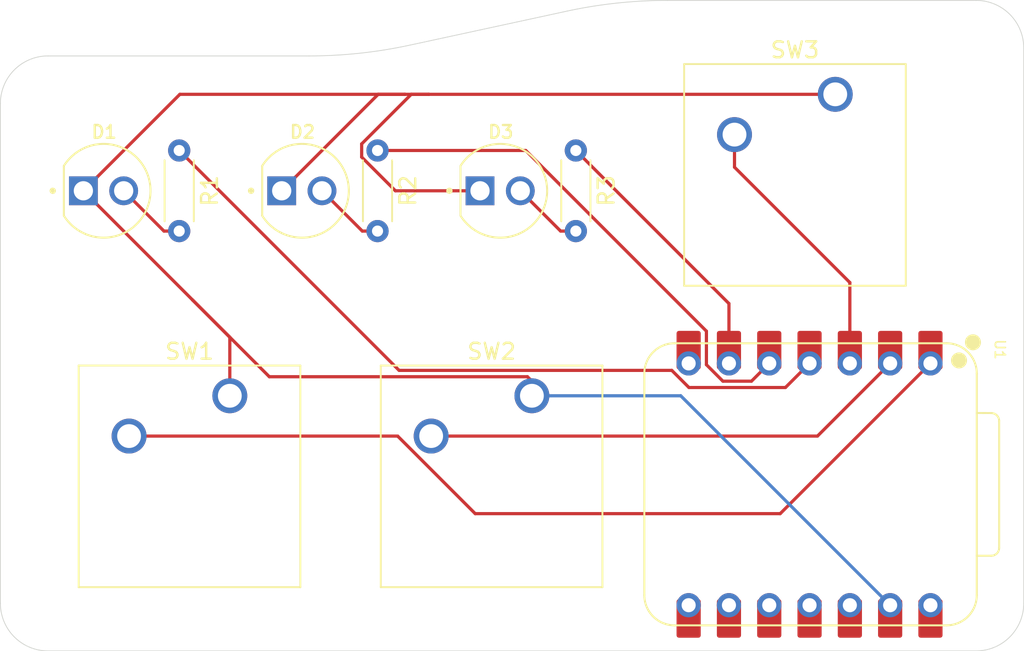
<source format=kicad_pcb>
(kicad_pcb (version 20240108) (generator "pcbnew") (generator_version "8.0")
  (layers (0 "F.Cu" signal) (31 "B.Cu" signal) (34 "B.Paste" user) (35 "F.Paste" user) (36 "B.SilkS" user "B.Silkscreen") (37 "F.SilkS" user "F.Silkscreen") (38 "B.Mask" user) (39 "F.Mask" user) (44 "Edge.Cuts" user))
  (net 0 "")
  (net 1 "GND")
  (net 2 "Net-(D1-PadA)")
  (net 3 "Net-(D2-PadA)")
  (net 4 "Net-(D3-PadA)")
  (net 5 "Net-(U1-GPIO29{slash}ADC3{slash}A3)")
  (net 6 "Net-(U1-GPIO6{slash}SDA)")
  (net 7 "Net-(U1-GPIO7{slash}SCL)")
  (net 8 "Net-(U1-GPIO26{slash}ADC0{slash}A0)")
  (net 9 "Net-(U1-GPIO27{slash}ADC1{slash}A1)")
  (net 10 "Net-(U1-GPIO28{slash}ADC2{slash}A2)")
  (footprint "Resistor_THT:R_Axial_DIN0204_L3.6mm_D1.6mm_P5.08mm_Horizontal" (layer "F.Cu") (at 102.77 -147.04 -90)
    (property "Reference" "R2" (at 2.54 -1.92 90) (layer "F.SilkS"))
    (property "Value" "R")
    (fp_line (start 0.62 0.92) (end 4.46 0.92) (stroke (width 0.12)) (layer "F.SilkS"))
    (fp_line (start 0.62 -0.92) (end 4.46 -0.92) (stroke (width 0.12)) (layer "F.SilkS"))
    (pad "1" thru_hole circle (at 0 0 270) (size 1.4 1.4) (drill 0.7) (layers "*.Cu" "*.Mask") (net 6 "Net-(U1-GPIO6{slash}SDA)"))
    (pad "2" thru_hole oval (at 5.08 0 270) (size 1.4 1.4) (drill 0.7) (layers "*.Cu" "*.Mask") (net 3 "Net-(D2-PadA)"))
  )
  (footprint "Resistor_THT:R_Axial_DIN0204_L3.6mm_D1.6mm_P5.08mm_Horizontal" (layer "F.Cu") (at 115.27 -147.04 -90)
    (property "Reference" "R3" (at 2.54 -1.92 90) (layer "F.SilkS"))
    (property "Value" "R")
    (fp_line (start 0.62 0.92) (end 4.46 0.92) (stroke (width 0.12)) (layer "F.SilkS"))
    (fp_line (start 0.62 -0.92) (end 4.46 -0.92) (stroke (width 0.12)) (layer "F.SilkS"))
    (pad "1" thru_hole circle (at 0 0 270) (size 1.4 1.4) (drill 0.7) (layers "*.Cu" "*.Mask") (net 7 "Net-(U1-GPIO7{slash}SCL)"))
    (pad "2" thru_hole oval (at 5.08 0 270) (size 1.4 1.4) (drill 0.7) (layers "*.Cu" "*.Mask") (net 4 "Net-(D3-PadA)"))
  )
  (footprint "Pathfinder:SW_Cherry_MX_1.00u_PCB" (layer "F.Cu") (at 93.46 -131.58)
    (property "Reference" "SW1" (at -2.54 -2.794 0) (layer "F.SilkS"))
    (property "Value" "SW_Push")
    (fp_line (start -9.525 -1.905) (end 4.445 -1.905) (stroke (width 0.12)) (layer "F.SilkS"))
    (fp_line (start -9.525 12.065) (end -9.525 -1.905) (stroke (width 0.12)) (layer "F.SilkS"))
    (fp_line (start 4.445 -1.905) (end 4.445 12.065) (stroke (width 0.12)) (layer "F.SilkS"))
    (fp_line (start 4.445 12.065) (end -9.525 12.065) (stroke (width 0.12)) (layer "F.SilkS"))
    (pad "" np_thru_hole circle (at -7.62 5.08) (size 1.7 1.7) (drill 1.7) (layers "*.Cu" "*.Mask"))
    (pad "" np_thru_hole circle (at -2.54 5.08) (size 4 4) (drill 4) (layers "*.Cu" "*.Mask"))
    (pad "" np_thru_hole circle (at 2.54 5.08) (size 1.7 1.7) (drill 1.7) (layers "*.Cu" "*.Mask"))
    (pad "1" thru_hole circle (at 0 0) (size 2.2 2.2) (drill 1.5) (layers "*.Cu" "*.Mask") (net 1 "GND"))
    (pad "2" thru_hole circle (at -6.35 2.54) (size 2.2 2.2) (drill 1.5) (layers "*.Cu" "*.Mask") (net 8 "Net-(U1-GPIO26{slash}ADC0{slash}A0)"))
  )
  (footprint "Pathfinder:XIAO-RP2040-DIP" (layer "F.Cu") (at 130 -126 -90)
    (property "Reference" "U1" (at -8.5 -12 -90) (layer "F.SilkS") (effects (font (size 0.635 0.635) (thickness 0.1016))))
    (property "Value" "XIAO-RP2040-DIP")
    (fp_line (start -6.985 10.414) (end 6.985 10.414) (stroke (width 0.127)) (layer "F.SilkS"))
    (fp_line (start -8.89 8.509) (end -8.89 -8.636) (stroke (width 0.127)) (layer "F.SilkS"))
    (fp_line (start 8.89 8.509) (end 8.89 -8.636) (stroke (width 0.127)) (layer "F.SilkS"))
    (fp_line (start -4.495 -10.541) (end -4.491272 -11.451272) (stroke (width 0.127)) (layer "F.SilkS"))
    (fp_line (start 6.985 -10.541) (end -6.985 -10.541) (stroke (width 0.1)) (layer "F.SilkS"))
    (fp_line (start 6.985 -10.541) (end -6.985 -10.541) (stroke (width 0.127)) (layer "F.SilkS"))
    (fp_line (start 4.504 -11.451) (end 4.504 -10.541) (stroke (width 0.127)) (layer "F.SilkS"))
    (fp_line (start -3.991272 -11.951) (end 4.004 -11.951) (stroke (width 0.127)) (layer "F.SilkS"))
    (fp_arc (start -6.985 10.414) (mid -8.332038 9.856038) (end -8.89 8.509) (stroke (width 0.127)) (layer "F.SilkS"))
    (fp_arc (start 8.89 8.509) (mid 8.332038 9.856038) (end 6.985 10.414) (stroke (width 0.127)) (layer "F.SilkS"))
    (fp_arc (start -8.89 -8.636) (mid -8.332038 -9.983038) (end -6.985 -10.541) (stroke (width 0.127)) (layer "F.SilkS"))
    (fp_arc (start 6.985 -10.541) (mid 8.332038 -9.983038) (end 8.89 -8.636) (stroke (width 0.127)) (layer "F.SilkS"))
    (fp_arc (start -4.491272 -11.451272) (mid -4.344724 -11.804644) (end -3.991272 -11.951) (stroke (width 0.127)) (layer "F.SilkS"))
    (fp_arc (start 4.004 -11.951) (mid 4.357553 -11.804553) (end 4.504 -11.451) (stroke (width 0.127)) (layer "F.SilkS"))
    (fp_circle (center -7.807 -9.42) (end -7.807 -9.674) (stroke (width 0.5)) (fill solid) (layer "F.SilkS"))
    (fp_circle (center -8.95 -10.3) (end -8.95 -10.554) (stroke (width 0.5)) (fill solid) (layer "F.SilkS"))
    (pad "1" smd roundrect (at -8.455 -7.62 90) (size 2.432 1.524) (layers "F.Cu" "F.Mask") (roundrect_rratio 0.1) (net 8 "Net-(U1-GPIO26{slash}ADC0{slash}A0)"))
    (pad "1" thru_hole circle (at -7.62 -7.62 90) (size 1.524 1.524) (drill 0.889) (layers "*.Cu" "*.Mask") (net 8 "Net-(U1-GPIO26{slash}ADC0{slash}A0)"))
    (pad "2" smd roundrect (at -8.455 -5.08 90) (size 2.432 1.524) (layers "F.Cu" "F.Mask") (roundrect_rratio 0.1) (net 9 "Net-(U1-GPIO27{slash}ADC1{slash}A1)"))
    (pad "2" thru_hole circle (at -7.62 -5.08 90) (size 1.524 1.524) (drill 0.889) (layers "*.Cu" "*.Mask") (net 9 "Net-(U1-GPIO27{slash}ADC1{slash}A1)"))
    (pad "3" smd roundrect (at -8.455 -2.54 90) (size 2.432 1.524) (layers "F.Cu" "F.Mask") (roundrect_rratio 0.1) (net 10 "Net-(U1-GPIO28{slash}ADC2{slash}A2)"))
    (pad "3" thru_hole circle (at -7.62 -2.54 90) (size 1.524 1.524) (drill 0.889) (layers "*.Cu" "*.Mask") (net 10 "Net-(U1-GPIO28{slash}ADC2{slash}A2)"))
    (pad "4" smd roundrect (at -8.455 0 90) (size 2.432 1.524) (layers "F.Cu" "F.Mask") (roundrect_rratio 0.1) (net 5 "Net-(U1-GPIO29{slash}ADC3{slash}A3)"))
    (pad "4" thru_hole circle (at -7.62 0 90) (size 1.524 1.524) (drill 0.889) (layers "*.Cu" "*.Mask") (net 5 "Net-(U1-GPIO29{slash}ADC3{slash}A3)"))
    (pad "5" smd roundrect (at -8.455 2.54 90) (size 2.432 1.524) (layers "F.Cu" "F.Mask") (roundrect_rratio 0.1) (net 6 "Net-(U1-GPIO6{slash}SDA)"))
    (pad "5" thru_hole circle (at -7.62 2.54 90) (size 1.524 1.524) (drill 0.889) (layers "*.Cu" "*.Mask") (net 6 "Net-(U1-GPIO6{slash}SDA)"))
    (pad "6" smd roundrect (at -8.455 5.08 90) (size 2.432 1.524) (layers "F.Cu" "F.Mask") (roundrect_rratio 0.1) (net 7 "Net-(U1-GPIO7{slash}SCL)"))
    (pad "6" thru_hole circle (at -7.62 5.08 90) (size 1.524 1.524) (drill 0.889) (layers "*.Cu" "*.Mask") (net 7 "Net-(U1-GPIO7{slash}SCL)"))
    (pad "7" smd roundrect (at -8.455 7.62 90) (size 2.432 1.524) (layers "F.Cu" "F.Mask") (roundrect_rratio 0.1))
    (pad "7" thru_hole circle (at -7.62 7.62 90) (size 1.524 1.524) (drill 0.889) (layers "*.Cu" "*.Mask"))
    (pad "8" thru_hole circle (at 7.62 7.62 270) (size 1.524 1.524) (drill 0.889) (layers "*.Cu" "*.Mask"))
    (pad "8" smd roundrect (at 8.455 7.62 270) (size 2.432 1.524) (layers "F.Cu" "F.Mask") (roundrect_rratio 0.1))
    (pad "9" thru_hole circle (at 7.62 5.08 270) (size 1.524 1.524) (drill 0.889) (layers "*.Cu" "*.Mask"))
    (pad "9" smd roundrect (at 8.455 5.08 270) (size 2.432 1.524) (layers "F.Cu" "F.Mask") (roundrect_rratio 0.1))
    (pad "10" thru_hole circle (at 7.62 2.54 270) (size 1.524 1.524) (drill 0.889) (layers "*.Cu" "*.Mask"))
    (pad "10" smd roundrect (at 8.455 2.54 270) (size 2.432 1.524) (layers "F.Cu" "F.Mask") (roundrect_rratio 0.1))
    (pad "11" thru_hole circle (at 7.62 0 270) (size 1.524 1.524) (drill 0.889) (layers "*.Cu" "*.Mask"))
    (pad "11" smd roundrect (at 8.455 0 270) (size 2.432 1.524) (layers "F.Cu" "F.Mask") (roundrect_rratio 0.1))
    (pad "12" thru_hole circle (at 7.62 -2.54 270) (size 1.524 1.524) (drill 0.889) (layers "*.Cu" "*.Mask"))
    (pad "12" smd roundrect (at 8.455 -2.54 270) (size 2.432 1.524) (layers "F.Cu" "F.Mask") (roundrect_rratio 0.1))
    (pad "13" thru_hole circle (at 7.62 -5.08 270) (size 1.524 1.524) (drill 0.889) (layers "*.Cu" "*.Mask") (net 1 "GND"))
    (pad "13" smd roundrect (at 8.455 -5.08 270) (size 2.432 1.524) (layers "F.Cu" "F.Mask") (roundrect_rratio 0.1) (net 1 "GND"))
    (pad "14" thru_hole circle (at 7.62 -7.62 270) (size 1.524 1.524) (drill 0.889) (layers "*.Cu" "*.Mask"))
    (pad "14" smd roundrect (at 8.455 -7.62 270) (size 2.432 1.524) (layers "F.Cu" "F.Mask") (roundrect_rratio 0.1))
  )
  (footprint "Pathfinder:LEDRD254W57D500H1070" (layer "F.Cu") (at 98 -144.5)
    (property "Reference" "D2" (at 0.04 -3.708 0) (layer "F.SilkS") (effects (font (size 0.8 0.8))))
    (property "Value" "L08R5000Q1")
    (fp_line (start -2.5 -1.566) (end -2.5 1.566) (stroke (width 0.127)) (layer "F.SilkS"))
    (fp_arc (start -2.5 -1.566) (mid 2.961291 0) (end -2.5 1.566) (stroke (width 0.127)) (layer "F.SilkS"))
    (fp_circle (center -3.2 0) (end -3.1 0) (stroke (width 0.2)) (fill none) (layer "F.SilkS"))
    (pad "A" thru_hole circle (at 1.27 0) (size 1.815 1.815) (drill 1.21) (layers "*.Cu" "*.Mask") (net 3 "Net-(D2-PadA)"))
    (pad "C" thru_hole rect (at -1.27 0) (size 1.815 1.815) (drill 1.21) (layers "*.Cu" "*.Mask") (net 1 "GND"))
  )
  (footprint "Resistor_THT:R_Axial_DIN0204_L3.6mm_D1.6mm_P5.08mm_Horizontal" (layer "F.Cu") (at 90.27 -147.04 -90)
    (property "Reference" "R1" (at 2.54 -1.92 90) (layer "F.SilkS"))
    (property "Value" "R")
    (fp_line (start 0.62 0.92) (end 4.46 0.92) (stroke (width 0.12)) (layer "F.SilkS"))
    (fp_line (start 0.62 -0.92) (end 4.46 -0.92) (stroke (width 0.12)) (layer "F.SilkS"))
    (pad "1" thru_hole circle (at 0 0 270) (size 1.4 1.4) (drill 0.7) (layers "*.Cu" "*.Mask") (net 5 "Net-(U1-GPIO29{slash}ADC3{slash}A3)"))
    (pad "2" thru_hole oval (at 5.08 0 270) (size 1.4 1.4) (drill 0.7) (layers "*.Cu" "*.Mask") (net 2 "Net-(D1-PadA)"))
  )
  (footprint "Pathfinder:LEDRD254W57D500H1070" (layer "F.Cu") (at 110.5 -144.5)
    (property "Reference" "D3" (at 0.04 -3.708 0) (layer "F.SilkS") (effects (font (size 0.8 0.8))))
    (property "Value" "L08R5000Q1")
    (fp_line (start -2.5 -1.566) (end -2.5 1.566) (stroke (width 0.127)) (layer "F.SilkS"))
    (fp_arc (start -2.5 -1.566) (mid 2.961291 0) (end -2.5 1.566) (stroke (width 0.127)) (layer "F.SilkS"))
    (fp_circle (center -3.2 0) (end -3.1 0) (stroke (width 0.2)) (fill none) (layer "F.SilkS"))
    (pad "A" thru_hole circle (at 1.27 0) (size 1.815 1.815) (drill 1.21) (layers "*.Cu" "*.Mask") (net 4 "Net-(D3-PadA)"))
    (pad "C" thru_hole rect (at -1.27 0) (size 1.815 1.815) (drill 1.21) (layers "*.Cu" "*.Mask") (net 1 "GND"))
  )
  (footprint "Pathfinder:SW_Cherry_MX_1.00u_PCB" (layer "F.Cu") (at 112.5 -131.58)
    (property "Reference" "SW2" (at -2.54 -2.794 0) (layer "F.SilkS"))
    (property "Value" "SW_Push")
    (fp_line (start -9.525 -1.905) (end 4.445 -1.905) (stroke (width 0.12)) (layer "F.SilkS"))
    (fp_line (start -9.525 12.065) (end -9.525 -1.905) (stroke (width 0.12)) (layer "F.SilkS"))
    (fp_line (start 4.445 -1.905) (end 4.445 12.065) (stroke (width 0.12)) (layer "F.SilkS"))
    (fp_line (start 4.445 12.065) (end -9.525 12.065) (stroke (width 0.12)) (layer "F.SilkS"))
    (pad "" np_thru_hole circle (at -7.62 5.08) (size 1.7 1.7) (drill 1.7) (layers "*.Cu" "*.Mask"))
    (pad "" np_thru_hole circle (at -2.54 5.08) (size 4 4) (drill 4) (layers "*.Cu" "*.Mask"))
    (pad "" np_thru_hole circle (at 2.54 5.08) (size 1.7 1.7) (drill 1.7) (layers "*.Cu" "*.Mask"))
    (pad "1" thru_hole circle (at 0 0) (size 2.2 2.2) (drill 1.5) (layers "*.Cu" "*.Mask") (net 1 "GND"))
    (pad "2" thru_hole circle (at -6.35 2.54) (size 2.2 2.2) (drill 1.5) (layers "*.Cu" "*.Mask") (net 9 "Net-(U1-GPIO27{slash}ADC1{slash}A1)"))
  )
  (footprint "Pathfinder:LEDRD254W57D500H1070" (layer "F.Cu") (at 85.5 -144.5)
    (property "Reference" "D1" (at 0.04 -3.708 0) (layer "F.SilkS") (effects (font (size 0.8 0.8))))
    (property "Value" "L08R5000Q1")
    (fp_line (start -2.5 -1.566) (end -2.5 1.566) (stroke (width 0.127)) (layer "F.SilkS"))
    (fp_arc (start -2.5 -1.566) (mid 2.961291 0) (end -2.5 1.566) (stroke (width 0.127)) (layer "F.SilkS"))
    (fp_circle (center -3.2 0) (end -3.1 0) (stroke (width 0.2)) (fill none) (layer "F.SilkS"))
    (pad "A" thru_hole circle (at 1.27 0) (size 1.815 1.815) (drill 1.21) (layers "*.Cu" "*.Mask") (net 2 "Net-(D1-PadA)"))
    (pad "C" thru_hole rect (at -1.27 0) (size 1.815 1.815) (drill 1.21) (layers "*.Cu" "*.Mask") (net 1 "GND"))
  )
  (footprint "Pathfinder:SW_Cherry_MX_1.00u_PCB" (layer "F.Cu") (at 131.62 -150.58)
    (property "Reference" "SW3" (at -2.54 -2.794 0) (layer "F.SilkS"))
    (property "Value" "SW_Push")
    (fp_line (start -9.525 -1.905) (end 4.445 -1.905) (stroke (width 0.12)) (layer "F.SilkS"))
    (fp_line (start -9.525 12.065) (end -9.525 -1.905) (stroke (width 0.12)) (layer "F.SilkS"))
    (fp_line (start 4.445 -1.905) (end 4.445 12.065) (stroke (width 0.12)) (layer "F.SilkS"))
    (fp_line (start 4.445 12.065) (end -9.525 12.065) (stroke (width 0.12)) (layer "F.SilkS"))
    (pad "" np_thru_hole circle (at -7.62 5.08) (size 1.7 1.7) (drill 1.7) (layers "*.Cu" "*.Mask"))
    (pad "" np_thru_hole circle (at -2.54 5.08) (size 4 4) (drill 4) (layers "*.Cu" "*.Mask"))
    (pad "" np_thru_hole circle (at 2.54 5.08) (size 1.7 1.7) (drill 1.7) (layers "*.Cu" "*.Mask"))
    (pad "1" thru_hole circle (at 0 0) (size 2.2 2.2) (drill 1.5) (layers "*.Cu" "*.Mask") (net 1 "GND"))
    (pad "2" thru_hole circle (at -6.35 2.54) (size 2.2 2.2) (drill 1.5) (layers "*.Cu" "*.Mask") (net 10 "Net-(U1-GPIO28{slash}ADC2{slash}A2)"))
  )
  (gr_line (start 82 -115.5) (end 140.5 -115.5) (stroke (width 0.05)) (layer "Edge.Cuts"))
  (gr_line (start 98.455716 -153) (end 82 -153) (stroke (width 0.05)) (layer "Edge.Cuts"))
  (gr_arc (start 114.697369 -155.820925) (mid 117.852714 -156.329748) (end 121.044284 -156.5) (stroke (width 0.05)) (layer "Edge.Cuts"))
  (gr_arc (start 104.80263 -153.679074) (mid 101.647285 -153.170251) (end 98.455716 -153) (stroke (width 0.05)) (layer "Edge.Cuts"))
  (gr_arc (start 79 -150) (mid 79.87868 -152.12132) (end 82 -153) (stroke (width 0.05)) (layer "Edge.Cuts"))
  (gr_line (start 143.5 -118.5) (end 143.5 -153.5) (stroke (width 0.05)) (layer "Edge.Cuts"))
  (gr_arc (start 140.5 -156.5) (mid 142.62132 -155.62132) (end 143.5 -153.5) (stroke (width 0.05)) (layer "Edge.Cuts"))
  (gr_arc (start 143.5 -118.5) (mid 142.62132 -116.37868) (end 140.5 -115.5) (stroke (width 0.05)) (layer "Edge.Cuts"))
  (gr_line (start 140.5 -156.5) (end 121.044284 -156.5) (stroke (width 0.05)) (layer "Edge.Cuts"))
  (gr_arc (start 82 -115.5) (mid 79.87868 -116.37868) (end 79 -118.5) (stroke (width 0.05)) (layer "Edge.Cuts"))
  (gr_line (start 79 -150) (end 79 -118.5) (stroke (width 0.05)) (layer "Edge.Cuts"))
  (gr_line (start 104.80263 -153.679074) (end 114.697369 -155.820925) (stroke (width 0.05)) (layer "Edge.Cuts"))
  (segment (start 106 -150.58) (end 104.895786 -150.58) (width 0.2) (layer "F.Cu") (net 1))
  (segment (start 84.23 -144.5) (end 90.31 -150.58) (width 0.2) (layer "F.Cu") (net 1))
  (segment (start 101.77 -146.625786) (end 103.895786 -144.5) (width 0.2) (layer "F.Cu") (net 1))
  (segment (start 112.5 -131.58) (end 112.5 -132.5) (width 0.2) (layer "F.Cu") (net 1))
  (segment (start 93.46 -135.27) (end 91.115 -137.615) (width 0.2) (layer "F.Cu") (net 1))
  (segment (start 103.895786 -144.5) (end 109.23 -144.5) (width 0.2) (layer "F.Cu") (net 1))
  (segment (start 131.62 -150.58) (end 106 -150.58) (width 0.2) (layer "F.Cu") (net 1))
  (segment (start 93.46 -131.58) (end 93.46 -135.27) (width 0.2) (layer "F.Cu") (net 1))
  (segment (start 96.73 -144.5) (end 102.81 -150.58) (width 0.2) (layer "F.Cu") (net 1))
  (segment (start 101.77 -147.454214) (end 101.77 -146.625786) (width 0.2) (layer "F.Cu") (net 1))
  (segment (start 95.949895 -132.780105) (end 91.115 -137.615) (width 0.2) (layer "F.Cu") (net 1))
  (segment (start 104.5 -150.58) (end 106 -150.58) (width 0.2) (layer "F.Cu") (net 1))
  (segment (start 91.115 -137.615) (end 84.23 -144.5) (width 0.2) (layer "F.Cu") (net 1))
  (segment (start 102.81 -150.58) (end 104.5 -150.58) (width 0.2) (layer "F.Cu") (net 1))
  (segment (start 112.219895 -132.780105) (end 95.949895 -132.780105) (width 0.2) (layer "F.Cu") (net 1))
  (segment (start 104.895786 -150.58) (end 101.77 -147.454214) (width 0.2) (layer "F.Cu") (net 1))
  (segment (start 90.31 -150.58) (end 104.5 -150.58) (width 0.2) (layer "F.Cu") (net 1))
  (segment (start 112.5 -132.5) (end 112.219895 -132.780105) (width 0.2) (layer "F.Cu") (net 1))
  (segment (start 121.88 -131.58) (end 135.08 -118.38) (width 0.2) (layer "B.Cu") (net 1))
  (segment (start 112.5 -131.58) (end 121.88 -131.58) (width 0.2) (layer "B.Cu") (net 1))
  (segment (start 86.77 -144.5) (end 89.31 -141.96) (width 0.2) (layer "F.Cu") (net 2))
  (segment (start 89.31 -141.96) (end 90.27 -141.96) (width 0.2) (layer "F.Cu") (net 2))
  (segment (start 99.27 -144.5) (end 101.81 -141.96) (width 0.2) (layer "F.Cu") (net 3))
  (segment (start 101.81 -141.96) (end 102.77 -141.96) (width 0.2) (layer "F.Cu") (net 3))
  (segment (start 111.77 -144.5) (end 114.31 -141.96) (width 0.2) (layer "F.Cu") (net 4))
  (segment (start 114.31 -141.96) (end 115.27 -141.96) (width 0.2) (layer "F.Cu") (net 4))
  (segment (start 122.398105 -132.1) (end 128.48 -132.1) (width 0.2) (layer "F.Cu") (net 5))
  (segment (start 90.27 -147.04) (end 104.129895 -133.180105) (width 0.2) (layer "F.Cu") (net 5))
  (segment (start 128.48 -132.1) (end 130 -133.62) (width 0.2) (layer "F.Cu") (net 5))
  (segment (start 104.129895 -133.180105) (end 121.318 -133.180105) (width 0.2) (layer "F.Cu") (net 5))
  (segment (start 121.318 -133.180105) (end 122.398105 -132.1) (width 0.2) (layer "F.Cu") (net 5))
  (segment (start 102.77 -147.04) (end 112.112214 -147.04) (width 0.2) (layer "F.Cu") (net 6))
  (segment (start 126.34 -132.5) (end 127.46 -133.62) (width 0.2) (layer "F.Cu") (net 6))
  (segment (start 123.5 -133.538105) (end 124.538105 -132.5) (width 0.2) (layer "F.Cu") (net 6))
  (segment (start 124.538105 -132.5) (end 126.34 -132.5) (width 0.2) (layer "F.Cu") (net 6))
  (segment (start 112.112214 -147.04) (end 123.5 -135.652214) (width 0.2) (layer "F.Cu") (net 6))
  (segment (start 123.5 -135.652214) (end 123.5 -133.538105) (width 0.2) (layer "F.Cu") (net 6))
  (segment (start 124.92 -137.39) (end 124.92 -133.62) (width 0.2) (layer "F.Cu") (net 7))
  (segment (start 115.27 -147.04) (end 124.92 -137.39) (width 0.2) (layer "F.Cu") (net 7))
  (segment (start 108.927056 -124.15) (end 128.15 -124.15) (width 0.2) (layer "F.Cu") (net 8))
  (segment (start 104.037056 -129.04) (end 108.927056 -124.15) (width 0.2) (layer "F.Cu") (net 8))
  (segment (start 128.15 -124.15) (end 137.62 -133.62) (width 0.2) (layer "F.Cu") (net 8))
  (segment (start 87.11 -129.04) (end 104.037056 -129.04) (width 0.2) (layer "F.Cu") (net 8))
  (segment (start 130.5 -129.04) (end 135.08 -133.62) (width 0.2) (layer "F.Cu") (net 9))
  (segment (start 106.15 -129.04) (end 130.5 -129.04) (width 0.2) (layer "F.Cu") (net 9))
  (segment (start 125.27 -145.986598) (end 132.54 -138.716598) (width 0.2) (layer "F.Cu") (net 10))
  (segment (start 125.27 -148.04) (end 125.27 -145.986598) (width 0.2) (layer "F.Cu") (net 10))
  (segment (start 132.54 -138.716598) (end 132.54 -133.62) (width 0.2) (layer "F.Cu") (net 10))
)
</source>
